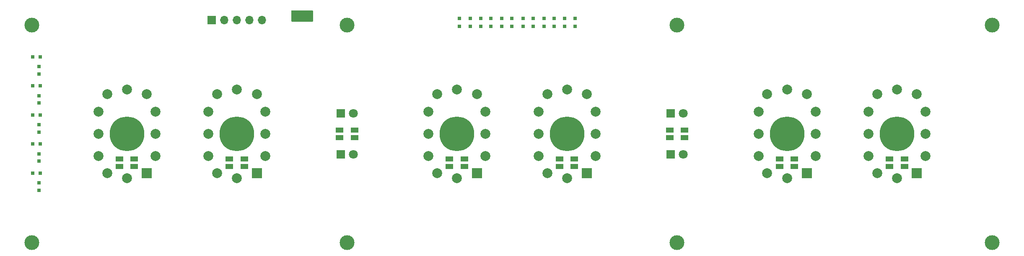
<source format=gbr>
%TF.GenerationSoftware,KiCad,Pcbnew,7.0.1*%
%TF.CreationDate,2023-08-11T20:05:16-05:00*%
%TF.ProjectId,IN12_carrier,494e3132-5f63-4617-9272-6965722e6b69,PRELIM*%
%TF.SameCoordinates,Original*%
%TF.FileFunction,Soldermask,Top*%
%TF.FilePolarity,Negative*%
%FSLAX46Y46*%
G04 Gerber Fmt 4.6, Leading zero omitted, Abs format (unit mm)*
G04 Created by KiCad (PCBNEW 7.0.1) date 2023-08-11 20:05:16*
%MOMM*%
%LPD*%
G01*
G04 APERTURE LIST*
%ADD10R,0.750000X0.800000*%
%ADD11C,3.000000*%
%ADD12R,0.800000X0.800000*%
%ADD13C,7.000000*%
%ADD14R,2.000000X2.000000*%
%ADD15C,2.000000*%
%ADD16R,0.800000X0.750000*%
%ADD17R,1.500000X1.100000*%
%ADD18R,1.800000X1.800000*%
%ADD19C,1.800000*%
%ADD20R,1.700000X1.700000*%
%ADD21O,1.700000X1.700000*%
G04 APERTURE END LIST*
D10*
%TO.C,C1011*%
X39677500Y-101124950D03*
X39677500Y-99624950D03*
%TD*%
%TO.C,C1012*%
X39677500Y-107015800D03*
X39677500Y-105515800D03*
%TD*%
%TO.C,C1017*%
X39682600Y-95242900D03*
X39682600Y-93742900D03*
%TD*%
D11*
%TO.C,H1201*%
X38263534Y-129344000D03*
%TD*%
D12*
%TO.C,D1009*%
X141706800Y-84008600D03*
X141706800Y-85608600D03*
%TD*%
D13*
%TO.C,V601*%
X57485754Y-107344000D03*
D14*
X61485754Y-115344000D03*
D15*
X63235754Y-111844000D03*
X63235754Y-107344000D03*
X63235754Y-102844000D03*
X61485754Y-99344000D03*
X61485754Y-99344000D03*
X61485754Y-99344000D03*
X61485754Y-99344000D03*
X57485754Y-98344000D03*
X53485754Y-99344000D03*
X51735754Y-102844000D03*
X51735754Y-107344000D03*
X51735754Y-111844000D03*
X53485754Y-115344000D03*
X57485754Y-116344000D03*
%TD*%
D16*
%TO.C,C1006*%
X38450000Y-91749700D03*
X39950000Y-91749700D03*
%TD*%
D10*
%TO.C,C1013*%
X39682600Y-112889050D03*
X39682600Y-111389050D03*
%TD*%
D11*
%TO.C,H1203*%
X101930200Y-85344000D03*
%TD*%
D17*
%TO.C,D702*%
X122621464Y-112432400D03*
X125621464Y-112432400D03*
X125621464Y-113932400D03*
X122621464Y-113932400D03*
%TD*%
D16*
%TO.C,C1005*%
X38424600Y-115277900D03*
X39924600Y-115277900D03*
%TD*%
%TO.C,C1004*%
X38424600Y-109395850D03*
X39924600Y-109395850D03*
%TD*%
D11*
%TO.C,H1202*%
X38263534Y-85344000D03*
%TD*%
D12*
%TO.C,D1005*%
X133223200Y-84008600D03*
X133223200Y-85608600D03*
%TD*%
%TO.C,D1003*%
X128956000Y-84008600D03*
X128956000Y-85608600D03*
%TD*%
D16*
%TO.C,C1015*%
X38444900Y-97631750D03*
X39944900Y-97631750D03*
%TD*%
D11*
%TO.C,H1205*%
X168596468Y-85331400D03*
%TD*%
D17*
%TO.C,D703*%
X100430198Y-106594000D03*
X103430198Y-106594000D03*
X103430198Y-108094000D03*
X100430198Y-108094000D03*
%TD*%
%TO.C,D706*%
X167096864Y-106594000D03*
X170096864Y-106594000D03*
X170096864Y-108094000D03*
X167096864Y-108094000D03*
%TD*%
D11*
%TO.C,H1207*%
X232263134Y-85331400D03*
%TD*%
D17*
%TO.C,D705*%
X78177020Y-112432400D03*
X81177020Y-112432400D03*
X81177020Y-113932400D03*
X78177020Y-113932400D03*
%TD*%
D12*
%TO.C,D1001*%
X124663400Y-84008600D03*
X124663400Y-85608600D03*
%TD*%
D17*
%TO.C,D701*%
X211510350Y-112432400D03*
X214510350Y-112432400D03*
X214510350Y-113932400D03*
X211510350Y-113932400D03*
%TD*%
D18*
%TO.C,V609*%
X167321862Y-103177335D03*
D19*
X169861862Y-103177335D03*
%TD*%
D16*
%TO.C,C1003*%
X38429700Y-103505000D03*
X39929700Y-103505000D03*
%TD*%
D17*
%TO.C,D707*%
X144843686Y-112432400D03*
X147843686Y-112432400D03*
X147843686Y-113932400D03*
X144843686Y-113932400D03*
%TD*%
D13*
%TO.C,V602*%
X190819084Y-107344000D03*
D14*
X194819084Y-115344000D03*
D15*
X196569084Y-111844000D03*
X196569084Y-107344000D03*
X196569084Y-102844000D03*
X194819084Y-99344000D03*
X194819084Y-99344000D03*
X194819084Y-99344000D03*
X194819084Y-99344000D03*
X190819084Y-98344000D03*
X186819084Y-99344000D03*
X185069084Y-102844000D03*
X185069084Y-107344000D03*
X185069084Y-111844000D03*
X186819084Y-115344000D03*
X190819084Y-116344000D03*
%TD*%
D12*
%TO.C,D1011*%
X145872400Y-84008600D03*
X145872400Y-85608600D03*
%TD*%
%TO.C,D1007*%
X137490400Y-84008600D03*
X137490400Y-85608600D03*
%TD*%
%TO.C,D901*%
X148006000Y-84008600D03*
X148006000Y-85608600D03*
%TD*%
D13*
%TO.C,V605*%
X124152418Y-107344000D03*
D14*
X128152418Y-115344000D03*
D15*
X129902418Y-111844000D03*
X129902418Y-107344000D03*
X129902418Y-102844000D03*
X128152418Y-99344000D03*
X128152418Y-99344000D03*
X128152418Y-99344000D03*
X128152418Y-99344000D03*
X124152418Y-98344000D03*
X120152418Y-99344000D03*
X118402418Y-102844000D03*
X118402418Y-107344000D03*
X118402418Y-111844000D03*
X120152418Y-115344000D03*
X124152418Y-116344000D03*
%TD*%
D13*
%TO.C,V604*%
X213041304Y-107344000D03*
D14*
X217041304Y-115344000D03*
D15*
X218791304Y-111844000D03*
X218791304Y-107344000D03*
X218791304Y-102844000D03*
X217041304Y-99344000D03*
X217041304Y-99344000D03*
X217041304Y-99344000D03*
X217041304Y-99344000D03*
X213041304Y-98344000D03*
X209041304Y-99344000D03*
X207291304Y-102844000D03*
X207291304Y-107344000D03*
X207291304Y-111844000D03*
X209041304Y-115344000D03*
X213041304Y-116344000D03*
%TD*%
D13*
%TO.C,V608*%
X146374640Y-107344000D03*
D14*
X150374640Y-115344000D03*
D15*
X152124640Y-111844000D03*
X152124640Y-107344000D03*
X152124640Y-102844000D03*
X150374640Y-99344000D03*
X150374640Y-99344000D03*
X150374640Y-99344000D03*
X150374640Y-99344000D03*
X146374640Y-98344000D03*
X142374640Y-99344000D03*
X140624640Y-102844000D03*
X140624640Y-107344000D03*
X140624640Y-111844000D03*
X142374640Y-115344000D03*
X146374640Y-116344000D03*
%TD*%
D18*
%TO.C,V610*%
X167321862Y-111510665D03*
D19*
X169861862Y-111510665D03*
%TD*%
D12*
%TO.C,D1002*%
X126873200Y-84008600D03*
X126873200Y-85608600D03*
%TD*%
%TO.C,D1010*%
X143738800Y-84008600D03*
X143738800Y-85608600D03*
%TD*%
D11*
%TO.C,H1208*%
X232263534Y-129344000D03*
%TD*%
D12*
%TO.C,D1004*%
X130988000Y-84008600D03*
X130988000Y-85608600D03*
%TD*%
%TO.C,D1008*%
X139573200Y-84008600D03*
X139573200Y-85608600D03*
%TD*%
D11*
%TO.C,H1204*%
X101930200Y-129344000D03*
%TD*%
D18*
%TO.C,V606*%
X100655196Y-103177335D03*
D19*
X103195196Y-103177335D03*
%TD*%
D17*
%TO.C,D708*%
X55954800Y-112432400D03*
X58954800Y-112432400D03*
X58954800Y-113932400D03*
X55954800Y-113932400D03*
%TD*%
D12*
%TO.C,D1006*%
X135255200Y-84008600D03*
X135255200Y-85608600D03*
%TD*%
D10*
%TO.C,C1014*%
X39682600Y-118771100D03*
X39682600Y-117271100D03*
%TD*%
D11*
%TO.C,H1206*%
X168596468Y-129344000D03*
%TD*%
D18*
%TO.C,V607*%
X100655196Y-111510665D03*
D19*
X103195196Y-111510665D03*
%TD*%
D13*
%TO.C,V603*%
X79707974Y-107344000D03*
D14*
X83707974Y-115344000D03*
D15*
X85457974Y-111844000D03*
X85457974Y-107344000D03*
X85457974Y-102844000D03*
X83707974Y-99344000D03*
X83707974Y-99344000D03*
X83707974Y-99344000D03*
X83707974Y-99344000D03*
X79707974Y-98344000D03*
X75707974Y-99344000D03*
X73957974Y-102844000D03*
X73957974Y-107344000D03*
X73957974Y-111844000D03*
X75707974Y-115344000D03*
X79707974Y-116344000D03*
%TD*%
D17*
%TO.C,D704*%
X189288130Y-112432400D03*
X192288130Y-112432400D03*
X192288130Y-113932400D03*
X189288130Y-113932400D03*
%TD*%
D20*
%TO.C,J1001*%
X74625200Y-84328000D03*
D21*
X77165200Y-84328000D03*
X79705200Y-84328000D03*
X82245200Y-84328000D03*
X84785200Y-84328000D03*
%TD*%
G36*
X94984800Y-82360613D02*
G01*
X95030187Y-82406000D01*
X95046800Y-82468000D01*
X95046800Y-84508800D01*
X95030187Y-84570800D01*
X94984800Y-84616187D01*
X94922800Y-84632800D01*
X90827400Y-84632800D01*
X90765400Y-84616187D01*
X90720013Y-84570800D01*
X90703400Y-84508800D01*
X90703400Y-82468000D01*
X90720013Y-82406000D01*
X90765400Y-82360613D01*
X90827400Y-82344000D01*
X94922800Y-82344000D01*
X94984800Y-82360613D01*
G37*
M02*

</source>
